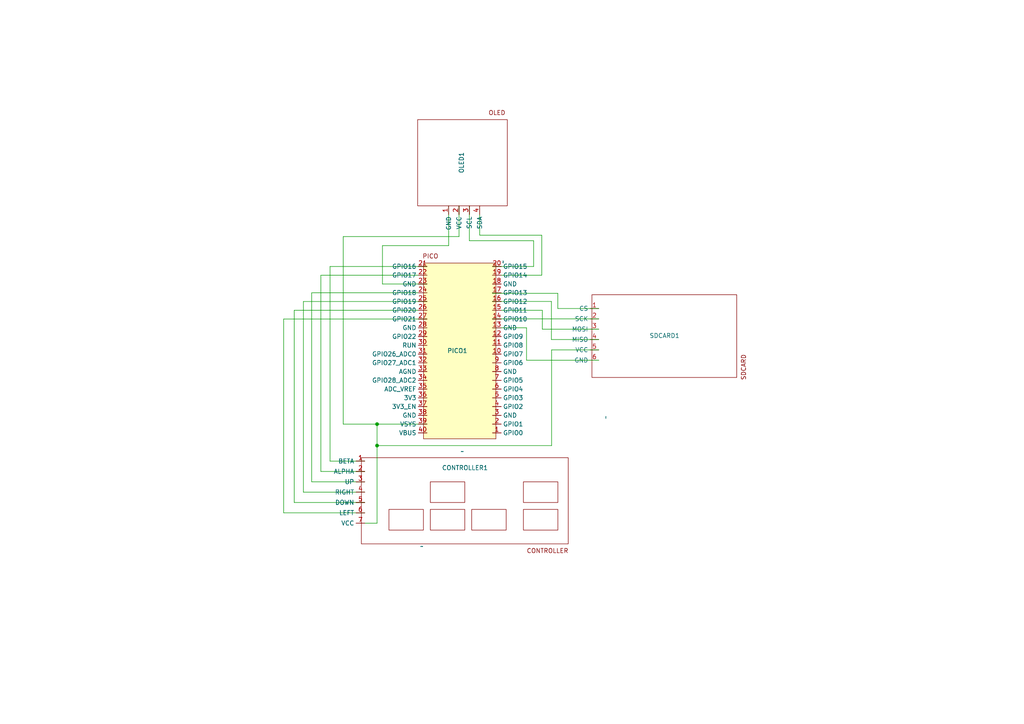
<source format=kicad_sch>
(kicad_sch (version 20231120) (generator "eeschema") (generator_version "8.0")
  (paper "A4")
  (lib_symbols
    (symbol "gameconsole:controller"
      (property "Reference" "U" (at 1 26 0))
      (symbol "controller_0_1"
        (rectangle (start 0 0) (end 60 25))
        (rectangle (start 8 4) (end 18 10))
        (rectangle (start 20 10) (end 30 4))
        (rectangle (start 20 12) (end 30 18))
        (rectangle (start 32 10) (end 42 4))
        (rectangle (start 47 10) (end 57 4))
        (rectangle (start 47 12) (end 57 18))
      )
      (symbol "controller_1_1"
        (text "CONTROLLER" (at 54 -2 0) (effects (font (size 1.27 1.27))))
        (pin input line (at 1 24 180) (length 2.54) (name "BETA") (number "1"))
        (pin input line (at 1 21 180) (length 2.54) (name "ALPHA") (number "2"))
        (pin input line (at 1 18 180) (length 2.54) (name "UP") (number "3"))
        (pin input line (at 1 15 180) (length 2.54) (name "RIGHT") (number "4"))
        (pin input line (at 1 12 180) (length 2.54) (name "DOWN") (number "5"))
        (pin input line (at 1 9 180) (length 2.54) (name "LEFT") (number "6"))
        (pin input line (at 1 6 180) (length 2.54) (name "VCC") (number "7"))
      )
    )
    (symbol "gameconsole:oled"
      (property "Reference" "U" (at -12 13 0))
      (symbol "oled_0_1"
        (rectangle (start -13 -13) (end 13 12))
      )
      (symbol "oled_1_1"
        (text "OLED" (at 10 -15 0) (effects (font (size 1.27 1.27))))
        (pin input line (at -4 12 90) (length 2.54) (name "GND") (number "1"))
        (pin input line (at -1 12 90) (length 2.54) (name "VCC") (number "2"))
        (pin input line (at 2 12 90) (length 2.54) (name "SCL") (number "3"))
        (pin input line (at 5 12 90) (length 2.54) (name "SDA") (number "4"))
      )
    )
    (symbol "gameconsole:pico"
      (property "Reference" "U" (at -10 25 0))
      (symbol "pico_0_1"
        (rectangle (start -11 23) (end 10 -28) (fill (type background)))
      )
      (symbol "pico_1_1"
        (text "PICO\n" (at 8 -30 0) (effects (font (size 1.27 1.27))))
        (pin bidirectional line (at -10 21.26 180) (length 2.54) (name "GPIO0") (number "1"))
        (pin bidirectional line (at -10 -1.6 180) (length 2.54) (name "GPIO7") (number "10"))
        (pin bidirectional line (at -10 -4.14 180) (length 2.54) (name "GPIO8") (number "11"))
        (pin bidirectional line (at -10 -6.68 180) (length 2.54) (name "GPIO9") (number "12"))
        (pin power_in line (at -10 -9.22 180) (length 2.54) (name "GND") (number "13"))
        (pin bidirectional line (at -10 -11.76 180) (length 2.54) (name "GPIO10") (number "14"))
        (pin bidirectional line (at -10 -14.3 180) (length 2.54) (name "GPIO11") (number "15"))
        (pin bidirectional line (at -10 -16.84 180) (length 2.54) (name "GPIO12") (number "16"))
        (pin bidirectional line (at -10 -19.38 180) (length 2.54) (name "GPIO13") (number "17"))
        (pin power_in line (at -10 -21.92 180) (length 2.54) (name "GND") (number "18"))
        (pin bidirectional line (at -10 -24.46 180) (length 2.54) (name "GPIO14") (number "19"))
        (pin bidirectional line (at -10 18.72 180) (length 2.54) (name "GPIO1") (number "2"))
        (pin bidirectional line (at -10 -27 180) (length 2.54) (name "GPIO15") (number "20"))
        (pin bidirectional line (at 9 -27 0) (length 2.54) (name "GPIO16") (number "21"))
        (pin bidirectional line (at 9 -24.46 0) (length 2.54) (name "GPIO17") (number "22"))
        (pin power_in line (at 9 -21.92 0) (length 2.54) (name "GND") (number "23"))
        (pin bidirectional line (at 9 -19.38 0) (length 2.54) (name "GPIO18") (number "24"))
        (pin bidirectional line (at 9 -16.84 0) (length 2.54) (name "GPIO19") (number "25"))
        (pin bidirectional line (at 9 -14.3 0) (length 2.54) (name "GPIO20") (number "26"))
        (pin bidirectional line (at 9 -11.76 0) (length 2.54) (name "GPIO21") (number "27"))
        (pin power_in line (at 9 -9.22 0) (length 2.54) (name "GND") (number "28"))
        (pin bidirectional line (at 9 -6.68 0) (length 2.54) (name "GPIO22") (number "29"))
        (pin power_in line (at -10 16.18 180) (length 2.54) (name "GND") (number "3"))
        (pin input line (at 9 -4.14 0) (length 2.54) (name "RUN") (number "30"))
        (pin bidirectional line (at 9 -1.6 0) (length 2.54) (name "GPIO26_ADC0") (number "31"))
        (pin bidirectional line (at 9 0.94 0) (length 2.54) (name "GPIO27_ADC1") (number "32"))
        (pin power_in line (at 9 3.48 0) (length 2.54) (name "AGND") (number "33"))
        (pin bidirectional line (at 9 6.02 0) (length 2.54) (name "GPIO28_ADC2") (number "34"))
        (pin power_in line (at 9 8.56 0) (length 2.54) (name "ADC_VREF") (number "35"))
        (pin power_in line (at 9 11.1 0) (length 2.54) (name "3V3") (number "36"))
        (pin input line (at 9 13.64 0) (length 2.54) (name "3V3_EN") (number "37"))
        (pin bidirectional line (at 9 16.18 0) (length 2.54) (name "GND") (number "38"))
        (pin power_in line (at 9 18.72 0) (length 2.54) (name "VSYS") (number "39"))
        (pin bidirectional line (at -10 13.64 180) (length 2.54) (name "GPIO2") (number "4"))
        (pin power_in line (at 9 21.26 0) (length 2.54) (name "VBUS") (number "40"))
        (pin bidirectional line (at -10 11.1 180) (length 2.54) (name "GPIO3") (number "5"))
        (pin bidirectional line (at -10 8.56 180) (length 2.54) (name "GPIO4") (number "6"))
        (pin bidirectional line (at -10 6.02 180) (length 2.54) (name "GPIO5") (number "7"))
        (pin power_in line (at -10 3.48 180) (length 2.54) (name "GND") (number "8"))
        (pin bidirectional line (at -10 0.94 180) (length 2.54) (name "GPIO6") (number "9"))
      )
    )
    (symbol "gameconsole:sdcard"
      (property "Reference" "U" (at 0 0 0))
      (symbol "sdcard_0_1"
        (rectangle (start 0 0) (end 24 42))
      )
      (symbol "sdcard_1_1"
        (text "SDCARD" (at 21 -2 0) (effects (font (size 1.27 1.27))))
        (pin input line (at 4 40 90) (length 2.54) (name "CS") (number "1"))
        (pin input line (at 7 40 90) (length 2.54) (name "SCK") (number "2"))
        (pin input line (at 10 40 90) (length 2.54) (name "MOSI") (number "3"))
        (pin input line (at 13 40 90) (length 2.54) (name "MISO") (number "4"))
        (pin input line (at 16 40 90) (length 2.54) (name "VCC") (number "5"))
        (pin input line (at 19 40 90) (length 2.54) (name "GND") (number "6"))
      )
    )
  )
  (junction (at 109.3603 123.0124))
  (junction (at 109.3603 129.238))
  (wire (pts (xy 105.8098 145.7482) (xy 85.3377 145.7482)))
  (wire (pts (xy 93.0638 79.8324) (xy 123.842 79.8324)))
  (wire (pts (xy 142.842 92.4814) (xy 142.842 92.5324)))
  (wire (pts (xy 136.1374 69.8228) (xy 154.7756 69.8228)))
  (wire (pts (xy 109.3603 129.238) (xy 109.3603 123.0124)))
  (wire (pts (xy 157.1371 68.2203) (xy 157.1371 79.8324)))
  (wire (pts (xy 157.2988 95.4814) (xy 157.2988 89.9924)))
  (wire (pts (xy 85.3377 89.9924) (xy 123.842 89.9924)))
  (wire (pts (xy 88.0019 87.4524) (xy 123.842 87.4524)))
  (wire (pts (xy 159.9875 101.4814) (xy 159.9875 129.238)))
  (wire (pts (xy 88.0019 142.7482) (xy 88.0019 87.4524)))
  (wire (pts (xy 173.6852 92.4814) (xy 142.842 92.4814)))
  (wire (pts (xy 173.6852 95.4814) (xy 157.2988 95.4814)))
  (wire (pts (xy 133.1374 59.6984) (xy 133.1374 68.6173)))
  (wire (pts (xy 110.9305 82.3724) (xy 123.842 82.3724)))
  (wire (pts (xy 154.7756 69.8228) (xy 154.7756 77.2924)))
  (wire (pts (xy 159.9358 98.4814) (xy 159.9358 87.4322)))
  (wire (pts (xy 82.2739 92.5324) (xy 123.842 92.5324)))
  (wire (pts (xy 90.3996 84.9124) (xy 123.842 84.9124)))
  (wire (pts (xy 139.1374 59.6984) (xy 139.1374 68.2203)))
  (wire (pts (xy 173.6852 89.4814) (xy 161.7888 89.4814)))
  (wire (pts (xy 82.2739 148.7482) (xy 82.2739 92.5324)))
  (wire (pts (xy 136.1374 59.6984) (xy 136.1374 69.8228)))
  (wire (pts (xy 99.549 123.0124) (xy 109.3603 123.0124)))
  (wire (pts (xy 95.728 77.2924) (xy 123.842 77.2924)))
  (wire (pts (xy 109.3603 123.0124) (xy 123.842 123.0124)))
  (wire (pts (xy 105.8098 133.7482) (xy 95.728 133.7482)))
  (wire (pts (xy 93.0638 136.7482) (xy 93.0638 79.8324)))
  (wire (pts (xy 85.3377 145.7482) (xy 85.3377 89.9924)))
  (wire (pts (xy 159.9875 129.238) (xy 109.3603 129.238)))
  (wire (pts (xy 110.9305 71.2434) (xy 110.9305 82.3724)))
  (wire (pts (xy 105.8098 148.7482) (xy 82.2739 148.7482)))
  (wire (pts (xy 105.8098 151.7482) (xy 109.3603 151.7482)))
  (wire (pts (xy 130.1374 71.2434) (xy 110.9305 71.2434)))
  (wire (pts (xy 173.6852 98.4814) (xy 159.9358 98.4814)))
  (wire (pts (xy 142.842 85.0803) (xy 142.842 84.9124)))
  (wire (pts (xy 142.842 87.4322) (xy 142.842 87.4524)))
  (wire (pts (xy 105.8098 142.7482) (xy 88.0019 142.7482)))
  (wire (pts (xy 157.1371 79.8324) (xy 142.842 79.8324)))
  (wire (pts (xy 95.728 133.7482) (xy 95.728 77.2924)))
  (wire (pts (xy 130.1374 59.6984) (xy 130.1374 71.2434)))
  (wire (pts (xy 105.8098 136.7482) (xy 93.0638 136.7482)))
  (wire (pts (xy 105.8098 139.7482) (xy 90.3996 139.7482)))
  (wire (pts (xy 161.7888 85.0803) (xy 142.842 85.0803)))
  (wire (pts (xy 173.6852 104.4814) (xy 152.7179 104.4814)))
  (wire (pts (xy 161.7888 89.4814) (xy 161.7888 85.0803)))
  (wire (pts (xy 157.2988 89.9924) (xy 142.842 89.9924)))
  (wire (pts (xy 152.7179 95.0724) (xy 142.842 95.0724)))
  (wire (pts (xy 99.549 68.6173) (xy 99.549 123.0124)))
  (wire (pts (xy 133.1374 68.6173) (xy 99.549 68.6173)))
  (wire (pts (xy 152.7179 104.4814) (xy 152.7179 95.0724)))
  (wire (pts (xy 154.7756 77.2924) (xy 142.842 77.2924)))
  (wire (pts (xy 173.6852 101.4814) (xy 159.9875 101.4814)))
  (wire (pts (xy 109.3603 151.7482) (xy 109.3603 129.238)))
  (wire (pts (xy 159.9358 87.4322) (xy 142.842 87.4322)))
  (wire (pts (xy 139.1374 68.2203) (xy 157.1371 68.2203)))
  (wire (pts (xy 90.3996 139.7482) (xy 90.3996 84.9124)))
  (symbol (lib_id "gameconsole:sdcard") (at 213.6852 85.4814 90) (mirror x) (unit 1)
    (property "Reference" "SDCARD1" (at 197.1548 97.361 90) (effects (justify left)))
    (property "Value" "~" (at 175.6852 120.4814 0) (effects (justify left)))
    (property "Footprint" "gameconsole_footprint_library:sdcard" (effects (hide yes)))
  )
  (symbol (lib_id "gameconsole:pico") (at 132.842 104.2924 180) (unit 1)
    (property "Reference" "PICO1" (at 132.6612 101.7382 0))
    (property "Value" "~" (at 122.347 158.4452 0))
    (property "Footprint" "gameconsole_footprint_library:pico" (effects (hide yes)))
  )
  (symbol (lib_id "gameconsole:oled") (at 134.1374 47.6984 0) (mirror x) (unit 1)
    (property "Reference" "OLED1" (at 133.8466 44.0692 90) (effects (justify left)))
    (property "Value" "~" (at 145.9074 75.3844 90) (effects (justify left)))
    (property "Footprint" "gameconsole_footprint_library:oled" (effects (hide yes)))
  )
  (symbol (lib_id "gameconsole:controller") (at 104.8098 157.7482 0) (unit 1)
    (property "Reference" "CONTROLLER1" (at 134.8674 135.687 0))
    (property "Value" "~" (at 134.089 130.9372 0))
    (property "Footprint" "gameconsole_footprint_library:controller_mount" (effects (hide yes)))
  )
)
</source>
